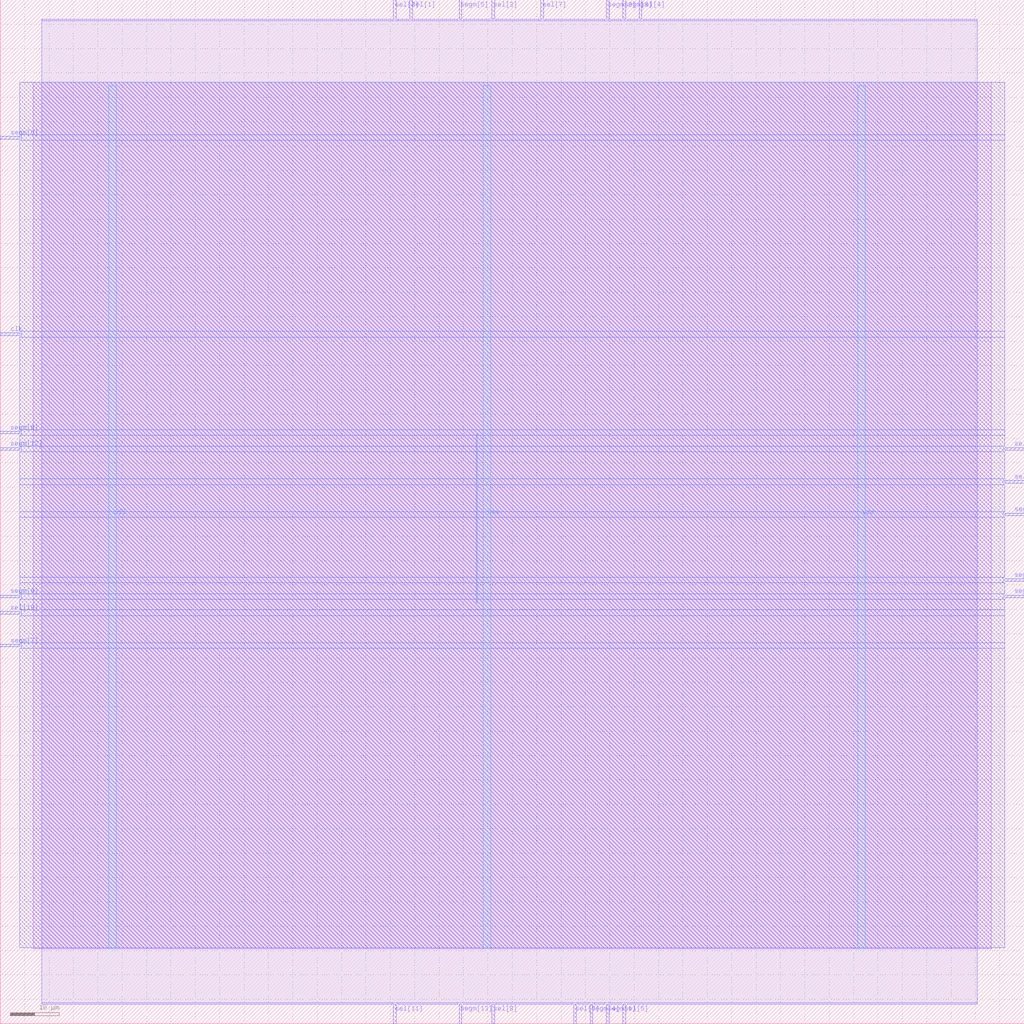
<source format=lef>
VERSION 5.7 ;
  NOWIREEXTENSIONATPIN ON ;
  DIVIDERCHAR "/" ;
  BUSBITCHARS "[]" ;
MACRO ita59
  CLASS BLOCK ;
  FOREIGN ita59 ;
  ORIGIN 0.000 0.000 ;
  SIZE 210.000 BY 210.000 ;
  PIN clk
    DIRECTION INPUT ;
    USE SIGNAL ;
    ANTENNAGATEAREA 4.738000 ;
    ANTENNADIFFAREA 0.410400 ;
    PORT
      LAYER Metal3 ;
        RECT 0.000 141.120 4.000 141.680 ;
    END
  END clk
  PIN segm[0]
    DIRECTION OUTPUT TRISTATE ;
    USE SIGNAL ;
    ANTENNADIFFAREA 0.360800 ;
    PORT
      LAYER Metal3 ;
        RECT 0.000 181.440 4.000 182.000 ;
    END
  END segm[0]
  PIN segm[10]
    DIRECTION OUTPUT TRISTATE ;
    USE SIGNAL ;
    ANTENNADIFFAREA 4.731200 ;
    PORT
      LAYER Metal3 ;
        RECT 206.000 104.160 210.000 104.720 ;
    END
  END segm[10]
  PIN segm[11]
    DIRECTION OUTPUT TRISTATE ;
    USE SIGNAL ;
    ANTENNADIFFAREA 4.731200 ;
    PORT
      LAYER Metal3 ;
        RECT 206.000 90.720 210.000 91.280 ;
    END
  END segm[11]
  PIN segm[12]
    DIRECTION OUTPUT TRISTATE ;
    USE SIGNAL ;
    ANTENNADIFFAREA 4.731200 ;
    PORT
      LAYER Metal3 ;
        RECT 0.000 117.600 4.000 118.160 ;
    END
  END segm[12]
  PIN segm[13]
    DIRECTION OUTPUT TRISTATE ;
    USE SIGNAL ;
    ANTENNADIFFAREA 4.731200 ;
    PORT
      LAYER Metal2 ;
        RECT 94.080 0.000 94.640 4.000 ;
    END
  END segm[13]
  PIN segm[1]
    DIRECTION OUTPUT TRISTATE ;
    USE SIGNAL ;
    ANTENNADIFFAREA 4.731200 ;
    PORT
      LAYER Metal2 ;
        RECT 124.320 0.000 124.880 4.000 ;
    END
  END segm[1]
  PIN segm[2]
    DIRECTION OUTPUT TRISTATE ;
    USE SIGNAL ;
    ANTENNADIFFAREA 4.731200 ;
    PORT
      LAYER Metal2 ;
        RECT 124.320 206.000 124.880 210.000 ;
    END
  END segm[2]
  PIN segm[3]
    DIRECTION OUTPUT TRISTATE ;
    USE SIGNAL ;
    ANTENNADIFFAREA 4.731200 ;
    PORT
      LAYER Metal2 ;
        RECT 127.680 206.000 128.240 210.000 ;
    END
  END segm[3]
  PIN segm[4]
    DIRECTION OUTPUT TRISTATE ;
    USE SIGNAL ;
    ANTENNADIFFAREA 4.731200 ;
    PORT
      LAYER Metal2 ;
        RECT 120.960 0.000 121.520 4.000 ;
    END
  END segm[4]
  PIN segm[5]
    DIRECTION OUTPUT TRISTATE ;
    USE SIGNAL ;
    ANTENNADIFFAREA 0.360800 ;
    PORT
      LAYER Metal2 ;
        RECT 94.080 206.000 94.640 210.000 ;
    END
  END segm[5]
  PIN segm[6]
    DIRECTION OUTPUT TRISTATE ;
    USE SIGNAL ;
    ANTENNADIFFAREA 4.731200 ;
    PORT
      LAYER Metal3 ;
        RECT 0.000 120.960 4.000 121.520 ;
    END
  END segm[6]
  PIN segm[7]
    DIRECTION OUTPUT TRISTATE ;
    USE SIGNAL ;
    ANTENNADIFFAREA 4.731200 ;
    PORT
      LAYER Metal3 ;
        RECT 0.000 77.280 4.000 77.840 ;
    END
  END segm[7]
  PIN segm[8]
    DIRECTION OUTPUT TRISTATE ;
    USE SIGNAL ;
    ANTENNADIFFAREA 4.731200 ;
    PORT
      LAYER Metal3 ;
        RECT 0.000 87.360 4.000 87.920 ;
    END
  END segm[8]
  PIN segm[9]
    DIRECTION OUTPUT TRISTATE ;
    USE SIGNAL ;
    ANTENNADIFFAREA 4.731200 ;
    PORT
      LAYER Metal3 ;
        RECT 206.000 87.360 210.000 87.920 ;
    END
  END segm[9]
  PIN sel[0]
    DIRECTION OUTPUT TRISTATE ;
    USE SIGNAL ;
    ANTENNADIFFAREA 4.731200 ;
    PORT
      LAYER Metal3 ;
        RECT 206.000 110.880 210.000 111.440 ;
    END
  END sel[0]
  PIN sel[10]
    DIRECTION OUTPUT TRISTATE ;
    USE SIGNAL ;
    ANTENNADIFFAREA 4.731200 ;
    PORT
      LAYER Metal3 ;
        RECT 0.000 84.000 4.000 84.560 ;
    END
  END sel[10]
  PIN sel[11]
    DIRECTION OUTPUT TRISTATE ;
    USE SIGNAL ;
    ANTENNADIFFAREA 4.731200 ;
    PORT
      LAYER Metal2 ;
        RECT 80.640 0.000 81.200 4.000 ;
    END
  END sel[11]
  PIN sel[1]
    DIRECTION OUTPUT TRISTATE ;
    USE SIGNAL ;
    ANTENNADIFFAREA 4.731200 ;
    PORT
      LAYER Metal2 ;
        RECT 84.000 206.000 84.560 210.000 ;
    END
  END sel[1]
  PIN sel[2]
    DIRECTION OUTPUT TRISTATE ;
    USE SIGNAL ;
    ANTENNADIFFAREA 4.731200 ;
    PORT
      LAYER Metal2 ;
        RECT 80.640 206.000 81.200 210.000 ;
    END
  END sel[2]
  PIN sel[3]
    DIRECTION OUTPUT TRISTATE ;
    USE SIGNAL ;
    ANTENNADIFFAREA 4.731200 ;
    PORT
      LAYER Metal2 ;
        RECT 100.800 206.000 101.360 210.000 ;
    END
  END sel[3]
  PIN sel[4]
    DIRECTION OUTPUT TRISTATE ;
    USE SIGNAL ;
    ANTENNADIFFAREA 4.731200 ;
    PORT
      LAYER Metal2 ;
        RECT 131.040 206.000 131.600 210.000 ;
    END
  END sel[4]
  PIN sel[5]
    DIRECTION OUTPUT TRISTATE ;
    USE SIGNAL ;
    ANTENNADIFFAREA 4.731200 ;
    PORT
      LAYER Metal2 ;
        RECT 127.680 0.000 128.240 4.000 ;
    END
  END sel[5]
  PIN sel[6]
    DIRECTION OUTPUT TRISTATE ;
    USE SIGNAL ;
    ANTENNADIFFAREA 4.731200 ;
    PORT
      LAYER Metal3 ;
        RECT 206.000 117.600 210.000 118.160 ;
    END
  END sel[6]
  PIN sel[7]
    DIRECTION OUTPUT TRISTATE ;
    USE SIGNAL ;
    ANTENNADIFFAREA 4.731200 ;
    PORT
      LAYER Metal2 ;
        RECT 110.880 206.000 111.440 210.000 ;
    END
  END sel[7]
  PIN sel[8]
    DIRECTION OUTPUT TRISTATE ;
    USE SIGNAL ;
    ANTENNADIFFAREA 4.731200 ;
    PORT
      LAYER Metal2 ;
        RECT 100.800 0.000 101.360 4.000 ;
    END
  END sel[8]
  PIN sel[9]
    DIRECTION OUTPUT TRISTATE ;
    USE SIGNAL ;
    ANTENNADIFFAREA 4.731200 ;
    PORT
      LAYER Metal2 ;
        RECT 117.600 0.000 118.160 4.000 ;
    END
  END sel[9]
  PIN vdd
    DIRECTION INOUT ;
    USE POWER ;
    PORT
      LAYER Metal4 ;
        RECT 22.240 15.380 23.840 192.380 ;
    END
    PORT
      LAYER Metal4 ;
        RECT 175.840 15.380 177.440 192.380 ;
    END
  END vdd
  PIN vss
    DIRECTION INOUT ;
    USE GROUND ;
    PORT
      LAYER Metal4 ;
        RECT 99.040 15.380 100.640 192.380 ;
    END
  END vss
  OBS
      LAYER Metal1 ;
        RECT 6.720 15.380 203.280 193.050 ;
      LAYER Metal2 ;
        RECT 8.540 205.700 80.340 206.000 ;
        RECT 81.500 205.700 83.700 206.000 ;
        RECT 84.860 205.700 93.780 206.000 ;
        RECT 94.940 205.700 100.500 206.000 ;
        RECT 101.660 205.700 110.580 206.000 ;
        RECT 111.740 205.700 124.020 206.000 ;
        RECT 125.180 205.700 127.380 206.000 ;
        RECT 128.540 205.700 130.740 206.000 ;
        RECT 131.900 205.700 200.340 206.000 ;
        RECT 8.540 4.300 200.340 205.700 ;
        RECT 8.540 4.000 80.340 4.300 ;
        RECT 81.500 4.000 93.780 4.300 ;
        RECT 94.940 4.000 100.500 4.300 ;
        RECT 101.660 4.000 117.300 4.300 ;
        RECT 118.460 4.000 120.660 4.300 ;
        RECT 121.820 4.000 124.020 4.300 ;
        RECT 125.180 4.000 127.380 4.300 ;
        RECT 128.540 4.000 200.340 4.300 ;
      LAYER Metal3 ;
        RECT 4.000 182.300 206.000 193.060 ;
        RECT 4.300 181.140 206.000 182.300 ;
        RECT 4.000 141.980 206.000 181.140 ;
        RECT 4.300 140.820 206.000 141.980 ;
        RECT 4.000 121.820 206.000 140.820 ;
        RECT 4.300 120.660 206.000 121.820 ;
        RECT 4.000 118.460 206.000 120.660 ;
        RECT 4.300 117.300 205.700 118.460 ;
        RECT 4.000 111.740 206.000 117.300 ;
        RECT 4.000 110.580 205.700 111.740 ;
        RECT 4.000 105.020 206.000 110.580 ;
        RECT 4.000 103.860 205.700 105.020 ;
        RECT 4.000 91.580 206.000 103.860 ;
        RECT 4.000 90.420 205.700 91.580 ;
        RECT 4.000 88.220 206.000 90.420 ;
        RECT 4.300 87.060 205.700 88.220 ;
        RECT 4.000 84.860 206.000 87.060 ;
        RECT 4.300 83.700 206.000 84.860 ;
        RECT 4.000 78.140 206.000 83.700 ;
        RECT 4.300 76.980 206.000 78.140 ;
        RECT 4.000 15.540 206.000 76.980 ;
      LAYER Metal4 ;
        RECT 97.580 86.330 97.860 120.870 ;
  END
END ita59
END LIBRARY


</source>
